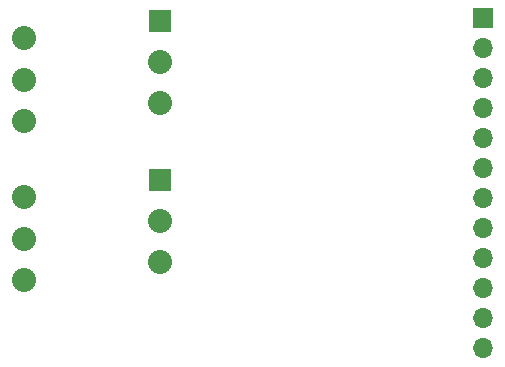
<source format=gbs>
G04 #@! TF.GenerationSoftware,KiCad,Pcbnew,(6.0.0)*
G04 #@! TF.CreationDate,2022-03-05T18:23:28-06:00*
G04 #@! TF.ProjectId,4 Channel Screw term,34204368-616e-46e6-956c-205363726577,rev?*
G04 #@! TF.SameCoordinates,Original*
G04 #@! TF.FileFunction,Soldermask,Bot*
G04 #@! TF.FilePolarity,Negative*
%FSLAX46Y46*%
G04 Gerber Fmt 4.6, Leading zero omitted, Abs format (unit mm)*
G04 Created by KiCad (PCBNEW (6.0.0)) date 2022-03-05 18:23:28*
%MOMM*%
%LPD*%
G01*
G04 APERTURE LIST*
%ADD10C,2.032098*%
%ADD11C,2.032000*%
%ADD12R,1.900000X1.900000*%
%ADD13R,1.700000X1.700000*%
%ADD14O,1.700000X1.700000*%
G04 APERTURE END LIST*
D10*
X146581500Y-85673500D03*
D11*
X146581500Y-82173500D03*
X146581500Y-78673500D03*
X158081500Y-84173500D03*
X158081500Y-80673500D03*
D12*
X158081500Y-77173500D03*
D10*
X146581500Y-72211500D03*
D11*
X146581500Y-68711500D03*
X146581500Y-65211500D03*
X158081500Y-70711500D03*
X158081500Y-67211500D03*
D12*
X158081500Y-63711500D03*
D13*
X185420000Y-63500000D03*
D14*
X185420000Y-66040000D03*
X185420000Y-68580000D03*
X185420000Y-71120000D03*
X185420000Y-73660000D03*
X185420000Y-76200000D03*
X185420000Y-78740000D03*
X185420000Y-81280000D03*
X185420000Y-83820000D03*
X185420000Y-86360000D03*
X185420000Y-88900000D03*
X185420000Y-91440000D03*
M02*

</source>
